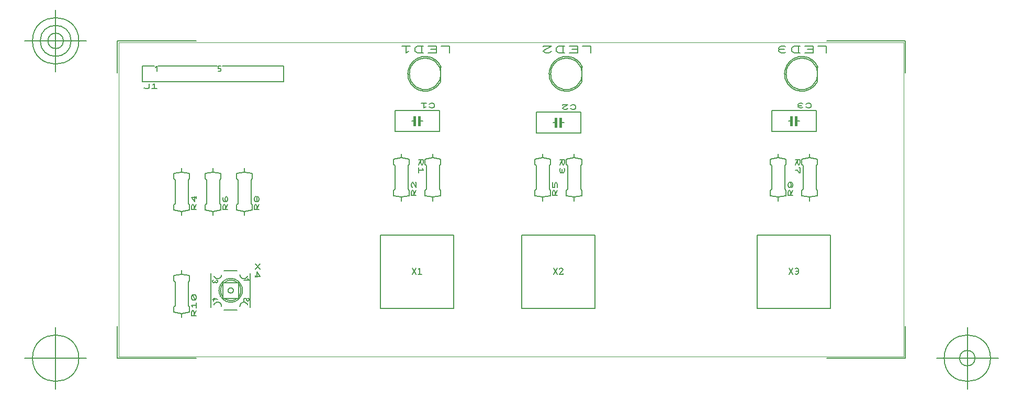
<source format=gbr>
G04 Generated by Ultiboard 14.3 *
%FSLAX25Y25*%
%MOIN*%

%ADD10C,0.00001*%
%ADD11C,0.00800*%
%ADD12C,0.00612*%
%ADD13C,0.00500*%
%ADD14C,0.00005*%


G04 ColorRGB FFFF00 for the following layer *
%LNSilkscreen Top*%
%LPD*%
G54D10*
G54D11*
X16010Y171173D02*
X17121Y170578D01*
X18232Y170578D01*
X19343Y171173D01*
X19343Y173554D01*
X21565Y172959D02*
X22676Y173554D01*
X22676Y170578D01*
X21010Y170578D02*
X24343Y170578D01*
X105000Y185000D02*
X65833Y185000D01*
X105000Y175000D02*
X15000Y175000D01*
X25000Y185000D02*
X62500Y185000D01*
X15000Y175000D02*
X15000Y185000D01*
X24167Y185000D02*
X24167Y181667D01*
X23333Y184167D02*
X24167Y185000D01*
X15000Y185000D02*
X22500Y185000D01*
X63333Y185000D02*
X65000Y185000D01*
X63333Y183333D02*
X63333Y185000D01*
X63333Y181667D02*
X64167Y181667D01*
X63333Y183333D02*
X64167Y183333D01*
X64167Y181667D02*
X64239Y181670D01*
X64311Y181679D01*
X64382Y181695D01*
X64452Y181717D01*
X64519Y181745D01*
X64583Y181778D01*
X64645Y181817D01*
X64702Y181862D01*
X64756Y181911D01*
X64805Y181964D01*
X64849Y182022D01*
X64888Y182083D01*
X64922Y182148D01*
X64950Y182215D01*
X64971Y182284D01*
X64987Y182355D01*
X64997Y182427D01*
X65000Y182500D01*
X64997Y182573D01*
X64987Y182645D01*
X64971Y182716D01*
X64950Y182785D01*
X64922Y182852D01*
X64888Y182917D01*
X64849Y182978D01*
X64805Y183036D01*
X64756Y183089D01*
X64702Y183138D01*
X64645Y183183D01*
X64583Y183222D01*
X64519Y183255D01*
X64452Y183283D01*
X64382Y183305D01*
X64311Y183321D01*
X64239Y183330D01*
X64167Y183333D01*
X105000Y185000D02*
X105000Y175000D01*
X450574Y193423D02*
X450574Y197649D01*
X445019Y197649D01*
X436685Y197649D02*
X442241Y197649D01*
X442241Y195536D01*
X442241Y193423D01*
X436685Y193423D01*
X442241Y195536D02*
X438537Y195536D01*
X433907Y197649D02*
X430204Y197649D01*
X428352Y196804D01*
X428352Y194268D01*
X430204Y193423D01*
X433907Y193423D01*
X432981Y193423D02*
X432981Y197649D01*
X424648Y193845D02*
X423722Y193423D01*
X421870Y193423D01*
X420019Y194268D01*
X420019Y195113D01*
X420944Y195536D01*
X420019Y195958D01*
X420019Y196804D01*
X421870Y197649D01*
X423722Y197649D01*
X424648Y197226D01*
X423722Y195536D02*
X420944Y195536D01*
X445049Y184474D02*
X444621Y185333D01*
X444119Y186151D01*
X443549Y186923D01*
X442913Y187641D01*
X442217Y188302D01*
X441466Y188899D01*
X440665Y189429D01*
X439822Y189887D01*
X438942Y190269D01*
X438032Y190574D01*
X437099Y190798D01*
X436150Y190940D01*
X435192Y190998D01*
X434233Y190973D01*
X433279Y190865D01*
X432339Y190673D01*
X431419Y190401D01*
X430526Y190049D01*
X429667Y189621D01*
X428849Y189119D01*
X428077Y188549D01*
X427359Y187913D01*
X426698Y187217D01*
X426101Y186466D01*
X425571Y185665D01*
X425113Y184822D01*
X424731Y183942D01*
X424426Y183032D01*
X424202Y182099D01*
X424060Y181150D01*
X424002Y180192D01*
X424027Y179233D01*
X424135Y178279D01*
X424327Y177339D01*
X424599Y176419D01*
X424951Y175526D01*
X425379Y174667D01*
X425881Y173849D01*
X426451Y173077D01*
X427087Y172359D01*
X427783Y171698D01*
X428534Y171101D01*
X429335Y170571D01*
X430178Y170113D01*
X431058Y169731D01*
X431968Y169426D01*
X432901Y169202D01*
X433850Y169060D01*
X434808Y169002D01*
X435767Y169027D01*
X436721Y169135D01*
X437661Y169327D01*
X438581Y169599D01*
X439474Y169951D01*
X440333Y170379D01*
X441151Y170881D01*
X441923Y171451D01*
X442641Y172087D01*
X443302Y172783D01*
X443899Y173534D01*
X444429Y174335D01*
X444887Y175178D01*
X444969Y175351D01*
X425000Y180000D02*
X425038Y179128D01*
X425152Y178264D01*
X425341Y177412D01*
X425603Y176580D01*
X425937Y175774D01*
X426340Y175000D01*
X426808Y174264D01*
X427340Y173572D01*
X427929Y172929D01*
X428572Y172340D01*
X429264Y171808D01*
X430000Y171340D01*
X430774Y170937D01*
X431580Y170603D01*
X432412Y170341D01*
X433264Y170152D01*
X434128Y170038D01*
X435000Y170000D01*
X435872Y170038D01*
X436736Y170152D01*
X437588Y170341D01*
X438420Y170603D01*
X439226Y170937D01*
X440000Y171340D01*
X440736Y171808D01*
X441428Y172340D01*
X442071Y172929D01*
X442660Y173572D01*
X443192Y174264D01*
X443660Y175000D01*
X444063Y175774D01*
X444397Y176580D01*
X444659Y177412D01*
X444848Y178264D01*
X444962Y179128D01*
X445000Y180000D01*
X444962Y180872D01*
X444848Y181736D01*
X444659Y182588D01*
X444397Y183420D01*
X444063Y184226D01*
X443660Y185000D01*
X443192Y185736D01*
X442660Y186428D01*
X442071Y187071D01*
X441428Y187660D01*
X440736Y188192D01*
X440000Y188660D01*
X439226Y189063D01*
X438420Y189397D01*
X437588Y189659D01*
X436736Y189848D01*
X435872Y189962D01*
X435000Y190000D01*
X434128Y189962D01*
X433264Y189848D01*
X432412Y189659D01*
X431580Y189397D01*
X430774Y189063D01*
X430000Y188660D01*
X429264Y188192D01*
X428572Y187660D01*
X427929Y187071D01*
X427340Y186428D01*
X426808Y185736D01*
X426340Y185000D01*
X425937Y184226D01*
X425603Y183420D01*
X425341Y182588D01*
X425152Y181736D01*
X425038Y180872D01*
X425000Y180000D01*
X445000Y184500D02*
X444833Y175417D01*
X300574Y193423D02*
X300574Y197649D01*
X295019Y197649D01*
X286685Y197649D02*
X292241Y197649D01*
X292241Y195536D01*
X292241Y193423D01*
X286685Y193423D01*
X292241Y195536D02*
X288537Y195536D01*
X283907Y197649D02*
X280204Y197649D01*
X278352Y196804D01*
X278352Y194268D01*
X280204Y193423D01*
X283907Y193423D01*
X282981Y193423D02*
X282981Y197649D01*
X275574Y194268D02*
X273722Y193423D01*
X271870Y193423D01*
X270019Y194268D01*
X270019Y194690D01*
X275574Y197649D01*
X270019Y197649D01*
X270019Y197226D01*
X295049Y184474D02*
X294621Y185333D01*
X294119Y186151D01*
X293549Y186923D01*
X292913Y187641D01*
X292217Y188302D01*
X291466Y188899D01*
X290665Y189429D01*
X289822Y189887D01*
X288942Y190269D01*
X288032Y190574D01*
X287099Y190798D01*
X286150Y190940D01*
X285192Y190998D01*
X284233Y190973D01*
X283279Y190865D01*
X282339Y190673D01*
X281419Y190401D01*
X280526Y190049D01*
X279667Y189621D01*
X278849Y189119D01*
X278077Y188549D01*
X277359Y187913D01*
X276698Y187217D01*
X276101Y186466D01*
X275571Y185665D01*
X275113Y184822D01*
X274731Y183942D01*
X274426Y183032D01*
X274202Y182099D01*
X274060Y181150D01*
X274002Y180192D01*
X274027Y179233D01*
X274135Y178279D01*
X274327Y177339D01*
X274599Y176419D01*
X274951Y175526D01*
X275379Y174667D01*
X275881Y173849D01*
X276451Y173077D01*
X277087Y172359D01*
X277783Y171698D01*
X278534Y171101D01*
X279335Y170571D01*
X280178Y170113D01*
X281058Y169731D01*
X281968Y169426D01*
X282901Y169202D01*
X283850Y169060D01*
X284808Y169002D01*
X285767Y169027D01*
X286721Y169135D01*
X287661Y169327D01*
X288581Y169599D01*
X289474Y169951D01*
X290333Y170379D01*
X291151Y170881D01*
X291923Y171451D01*
X292641Y172087D01*
X293302Y172783D01*
X293899Y173534D01*
X294429Y174335D01*
X294887Y175178D01*
X294969Y175351D01*
X275000Y180000D02*
X275038Y179128D01*
X275152Y178264D01*
X275341Y177412D01*
X275603Y176580D01*
X275937Y175774D01*
X276340Y175000D01*
X276808Y174264D01*
X277340Y173572D01*
X277929Y172929D01*
X278572Y172340D01*
X279264Y171808D01*
X280000Y171340D01*
X280774Y170937D01*
X281580Y170603D01*
X282412Y170341D01*
X283264Y170152D01*
X284128Y170038D01*
X285000Y170000D01*
X285872Y170038D01*
X286736Y170152D01*
X287588Y170341D01*
X288420Y170603D01*
X289226Y170937D01*
X290000Y171340D01*
X290736Y171808D01*
X291428Y172340D01*
X292071Y172929D01*
X292660Y173572D01*
X293192Y174264D01*
X293660Y175000D01*
X294063Y175774D01*
X294397Y176580D01*
X294659Y177412D01*
X294848Y178264D01*
X294962Y179128D01*
X295000Y180000D01*
X294962Y180872D01*
X294848Y181736D01*
X294659Y182588D01*
X294397Y183420D01*
X294063Y184226D01*
X293660Y185000D01*
X293192Y185736D01*
X292660Y186428D01*
X292071Y187071D01*
X291428Y187660D01*
X290736Y188192D01*
X290000Y188660D01*
X289226Y189063D01*
X288420Y189397D01*
X287588Y189659D01*
X286736Y189848D01*
X285872Y189962D01*
X285000Y190000D01*
X284128Y189962D01*
X283264Y189848D01*
X282412Y189659D01*
X281580Y189397D01*
X280774Y189063D01*
X280000Y188660D01*
X279264Y188192D01*
X278572Y187660D01*
X277929Y187071D01*
X277340Y186428D01*
X276808Y185736D01*
X276340Y185000D01*
X275937Y184226D01*
X275603Y183420D01*
X275341Y182588D01*
X275152Y181736D01*
X275038Y180872D01*
X275000Y180000D01*
X295000Y184500D02*
X294833Y175417D01*
X210574Y193423D02*
X210574Y197649D01*
X205019Y197649D01*
X196685Y197649D02*
X202241Y197649D01*
X202241Y195536D01*
X202241Y193423D01*
X196685Y193423D01*
X202241Y195536D02*
X198537Y195536D01*
X193907Y197649D02*
X190204Y197649D01*
X188352Y196804D01*
X188352Y194268D01*
X190204Y193423D01*
X193907Y193423D01*
X192981Y193423D02*
X192981Y197649D01*
X184648Y194268D02*
X182796Y193423D01*
X182796Y197649D01*
X185574Y197649D02*
X180019Y197649D01*
X205049Y184474D02*
X204621Y185333D01*
X204119Y186151D01*
X203549Y186923D01*
X202913Y187641D01*
X202217Y188302D01*
X201466Y188899D01*
X200665Y189429D01*
X199822Y189887D01*
X198942Y190269D01*
X198032Y190574D01*
X197099Y190798D01*
X196150Y190940D01*
X195192Y190998D01*
X194233Y190973D01*
X193279Y190865D01*
X192339Y190673D01*
X191419Y190401D01*
X190526Y190049D01*
X189667Y189621D01*
X188849Y189119D01*
X188077Y188549D01*
X187359Y187913D01*
X186698Y187217D01*
X186101Y186466D01*
X185571Y185665D01*
X185113Y184822D01*
X184731Y183942D01*
X184426Y183032D01*
X184202Y182099D01*
X184060Y181150D01*
X184002Y180192D01*
X184027Y179233D01*
X184135Y178279D01*
X184327Y177339D01*
X184599Y176419D01*
X184951Y175526D01*
X185379Y174667D01*
X185881Y173849D01*
X186451Y173077D01*
X187087Y172359D01*
X187783Y171698D01*
X188534Y171101D01*
X189335Y170571D01*
X190178Y170113D01*
X191058Y169731D01*
X191968Y169426D01*
X192901Y169202D01*
X193850Y169060D01*
X194808Y169002D01*
X195767Y169027D01*
X196721Y169135D01*
X197661Y169327D01*
X198581Y169599D01*
X199474Y169951D01*
X200333Y170379D01*
X201151Y170881D01*
X201923Y171451D01*
X202641Y172087D01*
X203302Y172783D01*
X203899Y173534D01*
X204429Y174335D01*
X204887Y175178D01*
X204969Y175351D01*
X185000Y180000D02*
X185038Y179128D01*
X185152Y178264D01*
X185341Y177412D01*
X185603Y176580D01*
X185937Y175774D01*
X186340Y175000D01*
X186808Y174264D01*
X187340Y173572D01*
X187929Y172929D01*
X188572Y172340D01*
X189264Y171808D01*
X190000Y171340D01*
X190774Y170937D01*
X191580Y170603D01*
X192412Y170341D01*
X193264Y170152D01*
X194128Y170038D01*
X195000Y170000D01*
X195872Y170038D01*
X196736Y170152D01*
X197588Y170341D01*
X198420Y170603D01*
X199226Y170937D01*
X200000Y171340D01*
X200736Y171808D01*
X201428Y172340D01*
X202071Y172929D01*
X202660Y173572D01*
X203192Y174264D01*
X203660Y175000D01*
X204063Y175774D01*
X204397Y176580D01*
X204659Y177412D01*
X204848Y178264D01*
X204962Y179128D01*
X205000Y180000D01*
X204962Y180872D01*
X204848Y181736D01*
X204659Y182588D01*
X204397Y183420D01*
X204063Y184226D01*
X203660Y185000D01*
X203192Y185736D01*
X202660Y186428D01*
X202071Y187071D01*
X201428Y187660D01*
X200736Y188192D01*
X200000Y188660D01*
X199226Y189063D01*
X198420Y189397D01*
X197588Y189659D01*
X196736Y189848D01*
X195872Y189962D01*
X195000Y190000D01*
X194128Y189962D01*
X193264Y189848D01*
X192412Y189659D01*
X191580Y189397D01*
X190774Y189063D01*
X190000Y188660D01*
X189264Y188192D01*
X188572Y187660D01*
X187929Y187071D01*
X187340Y186428D01*
X186808Y185736D01*
X186340Y185000D01*
X185937Y184226D01*
X185603Y183420D01*
X185341Y182588D01*
X185152Y181736D01*
X185038Y180872D01*
X185000Y180000D01*
X205000Y184500D02*
X204833Y175417D01*
X49274Y26056D02*
X46298Y26056D01*
X46298Y28278D01*
X46893Y29389D01*
X47190Y29389D01*
X47786Y28278D01*
X47786Y26056D01*
X47786Y26611D02*
X49274Y29389D01*
X46893Y31611D02*
X46298Y32722D01*
X49274Y32722D01*
X49274Y31056D02*
X49274Y34389D01*
X46893Y36056D02*
X46298Y37167D01*
X46298Y38278D01*
X46893Y39389D01*
X48679Y39389D01*
X49274Y38278D01*
X49274Y37167D01*
X48679Y36056D01*
X46893Y36056D01*
X46893Y39389D02*
X48679Y36056D01*
X44167Y47500D02*
X44167Y32500D01*
X35833Y47500D02*
X35833Y32500D01*
X40000Y27500D02*
X45000Y28333D01*
X45000Y31667D02*
X44167Y32500D01*
X45000Y28333D02*
X45000Y31667D01*
X40000Y25000D02*
X40000Y27500D01*
X35000Y28333D01*
X35000Y31667D01*
X35833Y32500D01*
X40000Y52500D02*
X40000Y55000D01*
X40000Y52500D02*
X45000Y51667D01*
X45000Y48333D02*
X44167Y47500D01*
X45000Y51667D02*
X45000Y48333D01*
X40000Y52500D02*
X35000Y51667D01*
X35000Y48333D02*
X35833Y47500D01*
X35000Y51667D02*
X35000Y48333D01*
X89702Y58944D02*
X86726Y55611D01*
X86726Y58944D02*
X89702Y55611D01*
X87917Y50611D02*
X87917Y53944D01*
X89702Y51167D01*
X86726Y51167D01*
X86726Y51722D02*
X86726Y50611D01*
X58667Y53000D02*
X58667Y31333D01*
X83667Y53000D02*
X83667Y31333D01*
X71167Y34667D02*
X71820Y34695D01*
X72469Y34780D01*
X73108Y34922D01*
X73732Y35119D01*
X74336Y35369D01*
X74917Y35671D01*
X75468Y36023D01*
X75987Y36421D01*
X76470Y36863D01*
X76912Y37346D01*
X77310Y37865D01*
X77662Y38417D01*
X77964Y38997D01*
X78214Y39601D01*
X78411Y40225D01*
X78553Y40864D01*
X78638Y41513D01*
X78667Y42167D01*
X78638Y42820D01*
X78553Y43469D01*
X78411Y44108D01*
X78214Y44732D01*
X77964Y45336D01*
X77662Y45917D01*
X77310Y46468D01*
X76912Y46987D01*
X76470Y47470D01*
X75987Y47912D01*
X75468Y48310D01*
X74917Y48662D01*
X74336Y48964D01*
X73732Y49214D01*
X73108Y49411D01*
X72469Y49553D01*
X71820Y49638D01*
X71167Y49667D01*
X70513Y49638D01*
X69864Y49553D01*
X69225Y49411D01*
X68601Y49214D01*
X67997Y48964D01*
X67417Y48662D01*
X66865Y48310D01*
X66346Y47912D01*
X65863Y47470D01*
X65421Y46987D01*
X65023Y46468D01*
X64671Y45917D01*
X64369Y45336D01*
X64119Y44732D01*
X63922Y44108D01*
X63780Y43469D01*
X63695Y42820D01*
X63667Y42167D01*
X63695Y41513D01*
X63780Y40864D01*
X63922Y40225D01*
X64119Y39601D01*
X64369Y38997D01*
X64671Y38417D01*
X65023Y37865D01*
X65421Y37346D01*
X65863Y36863D01*
X66346Y36421D01*
X66865Y36023D01*
X67417Y35671D01*
X67997Y35369D01*
X68601Y35119D01*
X69225Y34922D01*
X69864Y34780D01*
X70513Y34695D01*
X71167Y34667D01*
X66167Y37167D02*
X66167Y47167D01*
X76167Y47167D02*
X76167Y37167D01*
X75333Y54667D02*
X67000Y54667D01*
X66167Y47167D02*
X76167Y47167D01*
X60333Y48833D02*
X60261Y48830D01*
X60189Y48821D01*
X60118Y48805D01*
X60048Y48783D01*
X59981Y48755D01*
X59917Y48722D01*
X59855Y48683D01*
X59798Y48638D01*
X59744Y48589D01*
X59695Y48536D01*
X59651Y48478D01*
X59612Y48417D01*
X59578Y48352D01*
X59550Y48285D01*
X59529Y48216D01*
X59513Y48145D01*
X59503Y48073D01*
X59500Y48000D01*
X59503Y47927D01*
X59513Y47855D01*
X59529Y47784D01*
X59550Y47715D01*
X59578Y47648D01*
X59612Y47583D01*
X59651Y47522D01*
X59695Y47464D01*
X59744Y47411D01*
X59798Y47362D01*
X59855Y47317D01*
X59917Y47278D01*
X59981Y47245D01*
X60048Y47217D01*
X60118Y47195D01*
X60189Y47179D01*
X60261Y47170D01*
X60333Y47167D01*
X60406Y47170D01*
X60478Y47179D01*
X60549Y47195D01*
X60618Y47217D01*
X60686Y47245D01*
X60750Y47278D01*
X60811Y47317D01*
X60869Y47362D01*
X60923Y47411D01*
X60972Y47464D01*
X61016Y47522D01*
X61055Y47583D01*
X61089Y47648D01*
X61117Y47715D01*
X61138Y47784D01*
X61154Y47855D01*
X61164Y47927D01*
X61167Y48000D01*
X61167Y48000D01*
X61170Y47927D01*
X61179Y47855D01*
X61195Y47784D01*
X61217Y47715D01*
X61245Y47648D01*
X61278Y47583D01*
X61317Y47522D01*
X61362Y47464D01*
X61411Y47411D01*
X61464Y47362D01*
X61522Y47317D01*
X61583Y47278D01*
X61648Y47245D01*
X61715Y47217D01*
X61784Y47195D01*
X61855Y47179D01*
X61927Y47170D01*
X62000Y47167D01*
X62073Y47170D01*
X62145Y47179D01*
X62216Y47195D01*
X62285Y47217D01*
X62352Y47245D01*
X62417Y47278D01*
X62478Y47317D01*
X62536Y47362D01*
X62589Y47411D01*
X62638Y47464D01*
X62683Y47522D01*
X62722Y47583D01*
X62755Y47648D01*
X62783Y47715D01*
X62805Y47784D01*
X62821Y47855D01*
X62830Y47927D01*
X62833Y48000D01*
X62830Y48073D01*
X62821Y48145D01*
X62805Y48216D01*
X62783Y48285D01*
X62755Y48352D01*
X62722Y48417D01*
X62683Y48478D01*
X62638Y48536D01*
X62589Y48589D01*
X62536Y48638D01*
X62478Y48683D01*
X62417Y48722D01*
X62352Y48755D01*
X62285Y48783D01*
X62216Y48805D01*
X62145Y48821D01*
X62073Y48830D01*
X62000Y48833D01*
X60470Y51353D02*
X60550Y51150D01*
X60647Y50955D01*
X60761Y50769D01*
X60891Y50593D01*
X61035Y50430D01*
X61193Y50280D01*
X61364Y50144D01*
X61546Y50024D01*
X61738Y49920D01*
X61938Y49833D01*
X62144Y49763D01*
X62356Y49712D01*
X62572Y49680D01*
X62790Y49667D01*
X63008Y49673D01*
X63225Y49697D01*
X63438Y49741D01*
X63647Y49803D01*
X63850Y49883D01*
X64045Y49980D01*
X64231Y50094D01*
X64407Y50224D01*
X64570Y50368D01*
X64720Y50526D01*
X64856Y50697D01*
X64976Y50879D01*
X65080Y51071D01*
X65167Y51271D01*
X65237Y51477D01*
X65288Y51690D01*
X65320Y51905D01*
X65333Y52123D01*
X65333Y52167D01*
X82000Y49667D02*
X82833Y48833D01*
X79500Y48833D01*
X77000Y52167D02*
X77010Y51949D01*
X77038Y51732D01*
X77085Y51519D01*
X77151Y51311D01*
X77234Y51110D01*
X77335Y50917D01*
X77452Y50733D01*
X77585Y50560D01*
X77732Y50399D01*
X77893Y50251D01*
X78066Y50119D01*
X78250Y50001D01*
X78443Y49901D01*
X78645Y49817D01*
X78853Y49752D01*
X79066Y49705D01*
X79282Y49676D01*
X79500Y49667D01*
X79718Y49676D01*
X79934Y49705D01*
X80147Y49752D01*
X80355Y49817D01*
X80557Y49901D01*
X80750Y50001D01*
X80934Y50119D01*
X81107Y50251D01*
X81268Y50399D01*
X81415Y50560D01*
X81548Y50733D01*
X81665Y50917D01*
X81766Y51110D01*
X81849Y51311D01*
X81864Y51353D01*
X76167Y37167D02*
X66167Y37167D01*
X65333Y32167D02*
X65324Y32384D01*
X65295Y32601D01*
X65248Y32814D01*
X65183Y33022D01*
X65099Y33223D01*
X64999Y33417D01*
X64881Y33600D01*
X64749Y33774D01*
X64601Y33934D01*
X64440Y34082D01*
X64267Y34214D01*
X64083Y34332D01*
X63890Y34432D01*
X63689Y34516D01*
X63481Y34581D01*
X63268Y34629D01*
X63051Y34657D01*
X62833Y34667D01*
X62616Y34657D01*
X62399Y34629D01*
X62186Y34581D01*
X61978Y34516D01*
X61777Y34432D01*
X61583Y34332D01*
X61400Y34214D01*
X61226Y34082D01*
X61066Y33934D01*
X60918Y33774D01*
X60786Y33600D01*
X60668Y33417D01*
X60568Y33223D01*
X60484Y33022D01*
X60470Y32980D01*
X61167Y37167D02*
X62833Y36333D01*
X60333Y37167D02*
X61167Y37167D01*
X60333Y35500D02*
X60333Y37167D01*
X59500Y36333D02*
X61167Y36333D01*
X71167Y40500D02*
X71312Y40506D01*
X71456Y40525D01*
X71598Y40557D01*
X71737Y40600D01*
X71871Y40656D01*
X72000Y40723D01*
X72122Y40801D01*
X72238Y40890D01*
X72345Y40988D01*
X72443Y41095D01*
X72532Y41211D01*
X72610Y41333D01*
X72677Y41462D01*
X72733Y41597D01*
X72776Y41735D01*
X72808Y41877D01*
X72827Y42021D01*
X72833Y42167D01*
X72827Y42312D01*
X72808Y42456D01*
X72776Y42598D01*
X72733Y42737D01*
X72677Y42871D01*
X72610Y43000D01*
X72532Y43122D01*
X72443Y43238D01*
X72345Y43345D01*
X72238Y43443D01*
X72122Y43532D01*
X72000Y43610D01*
X71871Y43677D01*
X71737Y43733D01*
X71598Y43776D01*
X71456Y43808D01*
X71312Y43827D01*
X71167Y43833D01*
X71021Y43827D01*
X70877Y43808D01*
X70735Y43776D01*
X70596Y43733D01*
X70462Y43677D01*
X70333Y43610D01*
X70211Y43532D01*
X70095Y43443D01*
X69988Y43345D01*
X69890Y43238D01*
X69801Y43122D01*
X69723Y43000D01*
X69656Y42871D01*
X69600Y42737D01*
X69557Y42598D01*
X69525Y42456D01*
X69506Y42312D01*
X69500Y42167D01*
X69506Y42021D01*
X69525Y41877D01*
X69557Y41735D01*
X69600Y41596D01*
X69656Y41462D01*
X69723Y41333D01*
X69801Y41211D01*
X69890Y41095D01*
X69988Y40988D01*
X70095Y40890D01*
X70211Y40801D01*
X70333Y40723D01*
X70462Y40656D01*
X70597Y40600D01*
X70735Y40557D01*
X70877Y40525D01*
X71021Y40506D01*
X71167Y40500D01*
X81878Y32939D02*
X81801Y33143D01*
X81707Y33340D01*
X81597Y33528D01*
X81470Y33706D01*
X81328Y33872D01*
X81173Y34024D01*
X81005Y34163D01*
X80825Y34287D01*
X80635Y34394D01*
X80437Y34484D01*
X80231Y34557D01*
X80020Y34612D01*
X79805Y34648D01*
X79587Y34665D01*
X79369Y34663D01*
X79152Y34642D01*
X78938Y34602D01*
X78727Y34544D01*
X78523Y34468D01*
X78326Y34374D01*
X78138Y34263D01*
X77961Y34137D01*
X77795Y33995D01*
X77642Y33839D01*
X77503Y33671D01*
X77380Y33491D01*
X77272Y33302D01*
X77182Y33103D01*
X77109Y32897D01*
X77055Y32686D01*
X77019Y32471D01*
X77002Y32254D01*
X77000Y32167D01*
X79500Y37167D02*
X79500Y35500D01*
X81167Y36333D02*
X81164Y36406D01*
X81154Y36478D01*
X81138Y36549D01*
X81117Y36618D01*
X81089Y36686D01*
X81055Y36750D01*
X81016Y36811D01*
X80972Y36869D01*
X80923Y36923D01*
X80869Y36972D01*
X80811Y37016D01*
X80750Y37055D01*
X80686Y37089D01*
X80618Y37117D01*
X80549Y37138D01*
X80478Y37154D01*
X80406Y37164D01*
X80333Y37167D01*
X81167Y36333D02*
X81170Y36261D01*
X81179Y36189D01*
X81195Y36118D01*
X81217Y36048D01*
X81245Y35981D01*
X81278Y35917D01*
X81317Y35855D01*
X81362Y35798D01*
X81411Y35744D01*
X81464Y35695D01*
X81522Y35651D01*
X81583Y35612D01*
X81648Y35578D01*
X81715Y35550D01*
X81784Y35529D01*
X81855Y35513D01*
X81927Y35503D01*
X82000Y35500D01*
X82073Y35503D01*
X82145Y35513D01*
X82216Y35529D01*
X82285Y35550D01*
X82352Y35578D01*
X82417Y35612D01*
X82478Y35651D01*
X82536Y35695D01*
X82589Y35744D01*
X82638Y35798D01*
X82683Y35855D01*
X82722Y35917D01*
X82755Y35981D01*
X82783Y36048D01*
X82805Y36118D01*
X82821Y36189D01*
X82830Y36261D01*
X82833Y36333D01*
X82830Y36406D01*
X82821Y36478D01*
X82805Y36549D01*
X82783Y36618D01*
X82755Y36686D01*
X82722Y36750D01*
X82683Y36811D01*
X82638Y36869D01*
X82589Y36923D01*
X82536Y36972D01*
X82478Y37016D01*
X82417Y37055D01*
X82352Y37089D01*
X82285Y37117D01*
X82216Y37138D01*
X82145Y37154D01*
X82073Y37164D01*
X82000Y37167D01*
X80333Y37167D02*
X79500Y37167D01*
X75333Y29667D02*
X67000Y29667D01*
X66187Y46345D02*
X65842Y45895D01*
X65537Y45417D01*
X65276Y44914D01*
X65059Y44390D01*
X64888Y43849D01*
X64765Y43295D01*
X64691Y42733D01*
X64667Y42167D01*
X64691Y41600D01*
X64765Y41038D01*
X64888Y40484D01*
X65059Y39943D01*
X65276Y39420D01*
X65537Y38917D01*
X65842Y38438D01*
X66115Y38076D01*
X75345Y47146D02*
X74895Y47491D01*
X74417Y47796D01*
X73914Y48058D01*
X73390Y48275D01*
X72849Y48445D01*
X72295Y48568D01*
X71733Y48642D01*
X71167Y48667D01*
X70600Y48642D01*
X70038Y48568D01*
X69484Y48445D01*
X68943Y48275D01*
X68420Y48058D01*
X67917Y47796D01*
X67438Y47491D01*
X67076Y47218D01*
X67076Y37115D02*
X67532Y36778D01*
X68015Y36482D01*
X68523Y36228D01*
X69050Y36021D01*
X69594Y35860D01*
X70150Y35747D01*
X70713Y35682D01*
X71280Y35668D01*
X71846Y35702D01*
X72407Y35786D01*
X72958Y35918D01*
X73496Y36098D01*
X74016Y36324D01*
X74514Y36595D01*
X74987Y36908D01*
X75257Y37115D01*
X76146Y37988D02*
X76491Y38438D01*
X76796Y38917D01*
X77058Y39420D01*
X77275Y39943D01*
X77445Y40484D01*
X77568Y41038D01*
X77642Y41600D01*
X77667Y42167D01*
X77642Y42733D01*
X77568Y43295D01*
X77445Y43849D01*
X77275Y44390D01*
X77058Y44914D01*
X76796Y45417D01*
X76491Y45895D01*
X76218Y46257D01*
X49274Y93556D02*
X46298Y93556D01*
X46298Y95778D01*
X46893Y96889D01*
X47190Y96889D01*
X47786Y95778D01*
X47786Y93556D01*
X47786Y94111D02*
X49274Y96889D01*
X48083Y101889D02*
X48083Y98556D01*
X46298Y101333D01*
X49274Y101333D01*
X49274Y100778D02*
X49274Y101889D01*
X44167Y112500D02*
X44167Y97500D01*
X35833Y112500D02*
X35833Y97500D01*
X40000Y92500D02*
X45000Y93333D01*
X45000Y96667D02*
X44167Y97500D01*
X45000Y93333D02*
X45000Y96667D01*
X40000Y90000D02*
X40000Y92500D01*
X35000Y93333D01*
X35000Y96667D01*
X35833Y97500D01*
X40000Y117500D02*
X40000Y120000D01*
X40000Y117500D02*
X45000Y116667D01*
X45000Y113333D02*
X44167Y112500D01*
X45000Y116667D02*
X45000Y113333D01*
X40000Y117500D02*
X35000Y116667D01*
X35000Y113333D02*
X35833Y112500D01*
X35000Y116667D02*
X35000Y113333D01*
X69274Y93556D02*
X66298Y93556D01*
X66298Y95778D01*
X66893Y96889D01*
X67190Y96889D01*
X67786Y95778D01*
X67786Y93556D01*
X67786Y94111D02*
X69274Y96889D01*
X66298Y101333D02*
X66298Y99667D01*
X66893Y98556D01*
X68083Y98556D01*
X68679Y98556D01*
X69274Y99667D01*
X69274Y100778D01*
X68679Y101889D01*
X68083Y101889D01*
X67488Y100778D01*
X67488Y99667D01*
X68083Y98556D01*
X64167Y112500D02*
X64167Y97500D01*
X55833Y112500D02*
X55833Y97500D01*
X60000Y92500D02*
X65000Y93333D01*
X65000Y96667D02*
X64167Y97500D01*
X65000Y93333D02*
X65000Y96667D01*
X60000Y90000D02*
X60000Y92500D01*
X55000Y93333D01*
X55000Y96667D01*
X55833Y97500D01*
X60000Y117500D02*
X60000Y120000D01*
X60000Y117500D02*
X65000Y116667D01*
X65000Y113333D02*
X64167Y112500D01*
X65000Y116667D02*
X65000Y113333D01*
X60000Y117500D02*
X55000Y116667D01*
X55000Y113333D02*
X55833Y112500D01*
X55000Y116667D02*
X55000Y113333D01*
X89274Y93556D02*
X86298Y93556D01*
X86298Y95778D01*
X86893Y96889D01*
X87190Y96889D01*
X87786Y95778D01*
X87786Y93556D01*
X87786Y94111D02*
X89274Y96889D01*
X89274Y100778D02*
X89274Y99667D01*
X88679Y98556D01*
X88083Y98556D01*
X87786Y99111D01*
X87488Y98556D01*
X86893Y98556D01*
X86298Y99667D01*
X86298Y100778D01*
X86893Y101889D01*
X87488Y101889D01*
X87786Y101333D01*
X88083Y101889D01*
X88679Y101889D01*
X89274Y100778D01*
X87786Y99111D02*
X87786Y101333D01*
X84167Y112500D02*
X84167Y97500D01*
X75833Y112500D02*
X75833Y97500D01*
X80000Y92500D02*
X85000Y93333D01*
X85000Y96667D02*
X84167Y97500D01*
X85000Y93333D02*
X85000Y96667D01*
X80000Y90000D02*
X80000Y92500D01*
X75000Y93333D01*
X75000Y96667D01*
X75833Y97500D01*
X80000Y117500D02*
X80000Y120000D01*
X80000Y117500D02*
X85000Y116667D01*
X85000Y113333D02*
X84167Y112500D01*
X85000Y116667D02*
X85000Y113333D01*
X80000Y117500D02*
X75000Y116667D01*
X75000Y113333D02*
X75833Y112500D01*
X75000Y116667D02*
X75000Y113333D01*
X166673Y30707D02*
X213327Y30707D01*
X213327Y77360D02*
X166673Y77360D01*
X166673Y30707D01*
X213327Y30707D02*
X213327Y77360D01*
X256673Y30707D02*
X303327Y30707D01*
X303327Y77360D02*
X256673Y77360D01*
X256673Y30707D01*
X303327Y30707D02*
X303327Y77360D01*
X406673Y30707D02*
X453327Y30707D01*
X453327Y77360D02*
X406673Y77360D01*
X406673Y30707D01*
X453327Y30707D02*
X453327Y77360D01*
X189274Y102589D02*
X186298Y102589D01*
X186298Y104811D01*
X186893Y105922D01*
X187190Y105922D01*
X187786Y104811D01*
X187786Y102589D01*
X187786Y103144D02*
X189274Y105922D01*
X186893Y107589D02*
X186298Y108700D01*
X186298Y109811D01*
X186893Y110922D01*
X187190Y110922D01*
X189274Y107589D01*
X189274Y110922D01*
X188976Y110922D01*
X184167Y121533D02*
X184167Y106533D01*
X175833Y121533D02*
X175833Y106533D01*
X180000Y101533D02*
X185000Y102367D01*
X185000Y105700D02*
X184167Y106533D01*
X185000Y102367D02*
X185000Y105700D01*
X180000Y99033D02*
X180000Y101533D01*
X175000Y102367D01*
X175000Y105700D01*
X175833Y106533D01*
X180000Y126533D02*
X180000Y129033D01*
X180000Y126533D02*
X185000Y125700D01*
X185000Y122367D02*
X184167Y121533D01*
X185000Y125700D02*
X185000Y122367D01*
X180000Y126533D02*
X175000Y125700D01*
X175000Y122367D02*
X175833Y121533D01*
X175000Y125700D02*
X175000Y122367D01*
X190726Y125478D02*
X193702Y125478D01*
X193702Y123256D01*
X193107Y122144D01*
X192810Y122144D01*
X192214Y123256D01*
X192214Y125478D01*
X192214Y124922D02*
X190726Y122144D01*
X193107Y119922D02*
X193702Y118811D01*
X190726Y118811D01*
X190726Y120478D02*
X190726Y117144D01*
X195833Y106533D02*
X195833Y121533D01*
X204167Y106533D02*
X204167Y121533D01*
X200000Y126533D02*
X195000Y125700D01*
X195000Y122367D02*
X195833Y121533D01*
X195000Y125700D02*
X195000Y122367D01*
X200000Y129033D02*
X200000Y126533D01*
X205000Y125700D01*
X205000Y122367D01*
X204167Y121533D01*
X200000Y101533D02*
X200000Y99033D01*
X200000Y101533D02*
X195000Y102367D01*
X195000Y105700D02*
X195833Y106533D01*
X195000Y102367D02*
X195000Y105700D01*
X200000Y101533D02*
X205000Y102367D01*
X205000Y105700D02*
X204167Y106533D01*
X205000Y102367D02*
X205000Y105700D01*
X279274Y102589D02*
X276298Y102589D01*
X276298Y104811D01*
X276893Y105922D01*
X277190Y105922D01*
X277786Y104811D01*
X277786Y102589D01*
X277786Y103144D02*
X279274Y105922D01*
X276298Y110922D02*
X276298Y107589D01*
X277488Y107589D01*
X277488Y109811D01*
X278083Y110922D01*
X278679Y110922D01*
X279274Y109811D01*
X279274Y107589D01*
X274167Y121533D02*
X274167Y106533D01*
X265833Y121533D02*
X265833Y106533D01*
X270000Y101533D02*
X275000Y102367D01*
X275000Y105700D02*
X274167Y106533D01*
X275000Y102367D02*
X275000Y105700D01*
X270000Y99033D02*
X270000Y101533D01*
X265000Y102367D01*
X265000Y105700D01*
X265833Y106533D01*
X270000Y126533D02*
X270000Y129033D01*
X270000Y126533D02*
X275000Y125700D01*
X275000Y122367D02*
X274167Y121533D01*
X275000Y125700D02*
X275000Y122367D01*
X270000Y126533D02*
X265000Y125700D01*
X265000Y122367D02*
X265833Y121533D01*
X265000Y125700D02*
X265000Y122367D01*
X280726Y125478D02*
X283702Y125478D01*
X283702Y123256D01*
X283107Y122144D01*
X282810Y122144D01*
X282214Y123256D01*
X282214Y125478D01*
X282214Y124922D02*
X280726Y122144D01*
X283405Y119922D02*
X283702Y119367D01*
X283702Y118256D01*
X283107Y117144D01*
X282512Y117144D01*
X282214Y117700D01*
X281917Y117144D01*
X281321Y117144D01*
X280726Y118256D01*
X280726Y119367D01*
X281024Y119922D01*
X282214Y119367D02*
X282214Y117700D01*
X285833Y106533D02*
X285833Y121533D01*
X294167Y106533D02*
X294167Y121533D01*
X290000Y126533D02*
X285000Y125700D01*
X285000Y122367D02*
X285833Y121533D01*
X285000Y125700D02*
X285000Y122367D01*
X290000Y129033D02*
X290000Y126533D01*
X295000Y125700D01*
X295000Y122367D01*
X294167Y121533D01*
X290000Y101533D02*
X290000Y99033D01*
X290000Y101533D02*
X285000Y102367D01*
X285000Y105700D02*
X285833Y106533D01*
X285000Y102367D02*
X285000Y105700D01*
X290000Y101533D02*
X295000Y102367D01*
X295000Y105700D02*
X294167Y106533D01*
X295000Y102367D02*
X295000Y105700D01*
X429274Y102589D02*
X426298Y102589D01*
X426298Y104811D01*
X426893Y105922D01*
X427190Y105922D01*
X427786Y104811D01*
X427786Y102589D01*
X427786Y103144D02*
X429274Y105922D01*
X428679Y107589D02*
X429274Y108700D01*
X429274Y109811D01*
X428679Y110922D01*
X427488Y110922D01*
X426893Y110922D01*
X426298Y109811D01*
X426298Y108700D01*
X426893Y107589D01*
X427488Y107589D01*
X428083Y108700D01*
X428083Y109811D01*
X427488Y110922D01*
X424167Y121533D02*
X424167Y106533D01*
X415833Y121533D02*
X415833Y106533D01*
X420000Y101533D02*
X425000Y102367D01*
X425000Y105700D02*
X424167Y106533D01*
X425000Y102367D02*
X425000Y105700D01*
X420000Y99033D02*
X420000Y101533D01*
X415000Y102367D01*
X415000Y105700D01*
X415833Y106533D01*
X420000Y126533D02*
X420000Y129033D01*
X420000Y126533D02*
X425000Y125700D01*
X425000Y122367D02*
X424167Y121533D01*
X425000Y125700D02*
X425000Y122367D01*
X420000Y126533D02*
X415000Y125700D01*
X415000Y122367D02*
X415833Y121533D01*
X415000Y125700D02*
X415000Y122367D01*
X430726Y125478D02*
X433702Y125478D01*
X433702Y123256D01*
X433107Y122144D01*
X432810Y122144D01*
X432214Y123256D01*
X432214Y125478D01*
X432214Y124922D02*
X430726Y122144D01*
X430726Y118811D02*
X432214Y118811D01*
X433107Y117144D01*
X433702Y117144D01*
X433702Y120478D01*
X433107Y120478D01*
X435833Y106533D02*
X435833Y121533D01*
X444167Y106533D02*
X444167Y121533D01*
X440000Y126533D02*
X435000Y125700D01*
X435000Y122367D02*
X435833Y121533D01*
X435000Y125700D02*
X435000Y122367D01*
X440000Y129033D02*
X440000Y126533D01*
X445000Y125700D01*
X445000Y122367D01*
X444167Y121533D01*
X440000Y101533D02*
X440000Y99033D01*
X440000Y101533D02*
X435000Y102367D01*
X435000Y105700D02*
X435833Y106533D01*
X435000Y102367D02*
X435000Y105700D01*
X440000Y101533D02*
X445000Y102367D01*
X445000Y105700D02*
X444167Y106533D01*
X445000Y102367D02*
X445000Y105700D01*
X197611Y160679D02*
X198722Y161274D01*
X199833Y161274D01*
X200944Y160679D01*
X200944Y158893D01*
X199833Y158298D01*
X198722Y158298D01*
X197611Y158893D01*
X195389Y158893D02*
X194278Y158298D01*
X194278Y161274D01*
X195944Y161274D02*
X192611Y161274D01*
X175833Y156667D02*
X204167Y156667D01*
X204167Y143333D02*
X175833Y143333D01*
X204167Y156667D02*
X204167Y143333D01*
X191000Y153000D02*
X191000Y147000D01*
X191500Y147000D02*
X191500Y153000D01*
X192000Y153000D02*
X192000Y147000D01*
X192000Y150000D02*
X193500Y150000D01*
X175833Y143333D02*
X175833Y156667D01*
X188500Y153000D02*
X188500Y147000D01*
X189000Y147000D02*
X189000Y153000D01*
X188000Y147000D02*
X188000Y153000D01*
X188000Y150000D02*
X186500Y150000D01*
X287611Y159712D02*
X288722Y160307D01*
X289833Y160307D01*
X290944Y159712D01*
X290944Y157926D01*
X289833Y157331D01*
X288722Y157331D01*
X287611Y157926D01*
X285944Y157926D02*
X284833Y157331D01*
X283722Y157331D01*
X282611Y157926D01*
X282611Y158224D01*
X285944Y160307D01*
X282611Y160307D01*
X282611Y160010D01*
X265833Y155700D02*
X294167Y155700D01*
X294167Y142367D02*
X265833Y142367D01*
X294167Y155700D02*
X294167Y142367D01*
X281000Y152033D02*
X281000Y146033D01*
X281500Y146033D02*
X281500Y152033D01*
X282000Y152033D02*
X282000Y146033D01*
X282000Y149033D02*
X283500Y149033D01*
X265833Y142367D02*
X265833Y155700D01*
X278500Y152033D02*
X278500Y146033D01*
X279000Y146033D02*
X279000Y152033D01*
X278000Y146033D02*
X278000Y152033D01*
X278000Y149033D02*
X276500Y149033D01*
X437611Y160679D02*
X438722Y161274D01*
X439833Y161274D01*
X440944Y160679D01*
X440944Y158893D01*
X439833Y158298D01*
X438722Y158298D01*
X437611Y158893D01*
X435389Y158595D02*
X434833Y158298D01*
X433722Y158298D01*
X432611Y158893D01*
X432611Y159488D01*
X433167Y159786D01*
X432611Y160083D01*
X432611Y160679D01*
X433722Y161274D01*
X434833Y161274D01*
X435389Y160976D01*
X434833Y159786D02*
X433167Y159786D01*
X415833Y156667D02*
X444167Y156667D01*
X444167Y143333D02*
X415833Y143333D01*
X444167Y156667D02*
X444167Y143333D01*
X431000Y153000D02*
X431000Y147000D01*
X431500Y147000D02*
X431500Y153000D01*
X432000Y153000D02*
X432000Y147000D01*
X432000Y150000D02*
X433500Y150000D01*
X415833Y143333D02*
X415833Y156667D01*
X428500Y153000D02*
X428500Y147000D01*
X429000Y147000D02*
X429000Y153000D01*
X428000Y147000D02*
X428000Y153000D01*
X428000Y150000D02*
X426500Y150000D01*
G54D12*
X186864Y56396D02*
X189216Y52459D01*
X186864Y52459D02*
X189216Y56396D01*
X190784Y55608D02*
X191568Y56396D01*
X191568Y52459D01*
X190392Y52459D02*
X192744Y52459D01*
X276864Y56396D02*
X279216Y52459D01*
X276864Y52459D02*
X279216Y56396D01*
X280392Y55608D02*
X281176Y56396D01*
X281960Y56396D01*
X282744Y55608D01*
X282744Y55214D01*
X280392Y52459D01*
X282744Y52459D01*
X282744Y52852D01*
X426864Y56396D02*
X429216Y52459D01*
X426864Y52459D02*
X429216Y56396D01*
X430784Y56002D02*
X431176Y56396D01*
X431960Y56396D01*
X432744Y55608D01*
X432744Y54821D01*
X432352Y54427D01*
X432744Y54033D01*
X432744Y53246D01*
X431960Y52459D01*
X431176Y52459D01*
X430784Y52852D01*
X431176Y54427D02*
X432352Y54427D01*
G54D13*
X-997Y-1000D02*
X-997Y19200D01*
X-997Y-1000D02*
X49203Y-1000D01*
X501003Y-1000D02*
X450803Y-1000D01*
X501003Y-1000D02*
X501003Y19200D01*
X501003Y201000D02*
X501003Y180800D01*
X501003Y201000D02*
X450803Y201000D01*
X-997Y201000D02*
X49203Y201000D01*
X-997Y201000D02*
X-997Y180800D01*
X-20683Y-1000D02*
X-60053Y-1000D01*
X-40368Y-20685D02*
X-40368Y18685D01*
X-55131Y-1000D02*
G75*
D01*
G02X-55131Y-1000I14763J0*
G01*
X520688Y-1000D02*
X560058Y-1000D01*
X540373Y-20685D02*
X540373Y18685D01*
X525609Y-1000D02*
G75*
D01*
G02X525609Y-1000I14764J0*
G01*
X535451Y-1000D02*
G75*
D01*
G02X535451Y-1000I4922J0*
G01*
X-20683Y201000D02*
X-60053Y201000D01*
X-40368Y181315D02*
X-40368Y220685D01*
X-55131Y201000D02*
G75*
D01*
G02X-55131Y201000I14763J0*
G01*
X-50210Y201000D02*
G75*
D01*
G02X-50210Y201000I9842J0*
G01*
X-45289Y201000D02*
G75*
D01*
G02X-45289Y201000I4921J0*
G01*
X-997Y-1000D02*
X-997Y19200D01*
X-997Y-1000D02*
X49203Y-1000D01*
X501003Y-1000D02*
X450803Y-1000D01*
X501003Y-1000D02*
X501003Y19200D01*
X501003Y201000D02*
X501003Y180800D01*
X501003Y201000D02*
X450803Y201000D01*
X-997Y201000D02*
X49203Y201000D01*
X-997Y201000D02*
X-997Y180800D01*
X-20683Y-1000D02*
X-60053Y-1000D01*
X-40368Y-20685D02*
X-40368Y18685D01*
X-55131Y-1000D02*
G75*
D01*
G02X-55131Y-1000I14763J0*
G01*
X520688Y-1000D02*
X560058Y-1000D01*
X540373Y-20685D02*
X540373Y18685D01*
X525609Y-1000D02*
G75*
D01*
G02X525609Y-1000I14764J0*
G01*
X535451Y-1000D02*
G75*
D01*
G02X535451Y-1000I4922J0*
G01*
X-20683Y201000D02*
X-60053Y201000D01*
X-40368Y181315D02*
X-40368Y220685D01*
X-55131Y201000D02*
G75*
D01*
G02X-55131Y201000I14763J0*
G01*
X-50210Y201000D02*
G75*
D01*
G02X-50210Y201000I9842J0*
G01*
X-45289Y201000D02*
G75*
D01*
G02X-45289Y201000I4921J0*
G01*
G54D14*
X3Y0D02*
X500003Y0D01*
X500003Y200000D01*
X3Y200000D01*
X3Y0D01*

M02*

</source>
